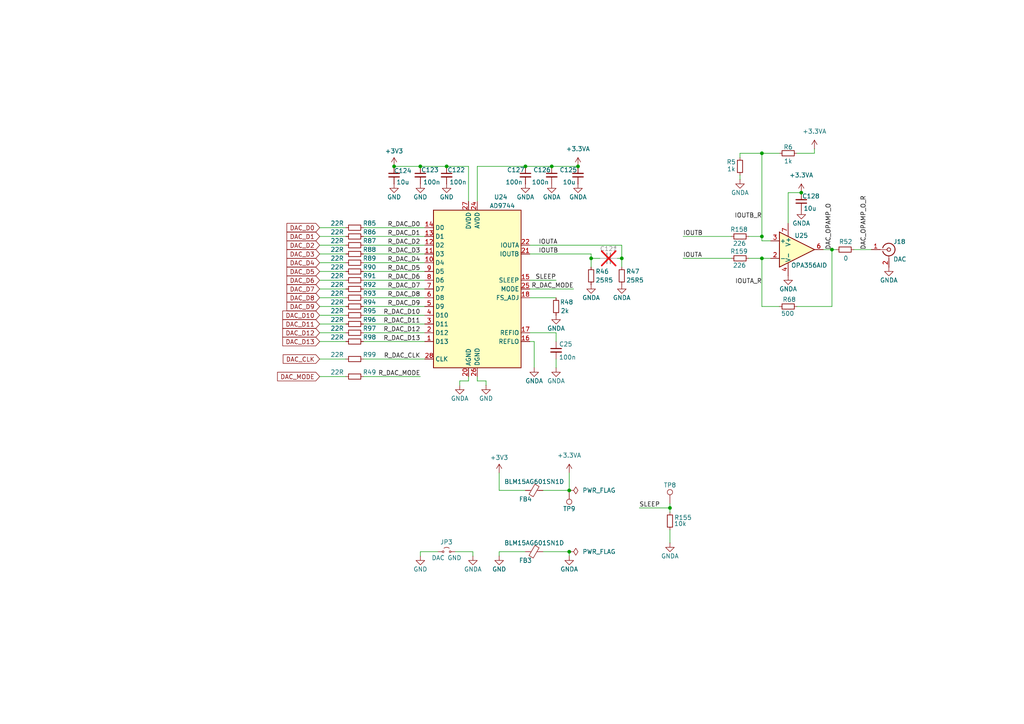
<source format=kicad_sch>
(kicad_sch (version 20231120) (generator "eeschema") (generator_version "8.0")
  (paper "A4")
  (title_block (title "CPArti: Artix-7 FPGA Development Board") (date "2024-08-22") (rev "1.0"))
  (lib_symbols
    (symbol "Amplifier_Operational:OPA356xxD" (pin_names (offset 0.127))
      (property "Reference" "U" (at 0 6.35 0))
      (property "Value" "OPA356xxD" (at 0 3.81 0))
      (symbol "OPA356xxD_0_1"
        (polyline (pts (xy -5.08 5.08) (xy 5.08 0) (xy -5.08 -5.08) (xy -5.08 5.08)) (stroke (width 0.254)) (fill (type background)))
      )
      (symbol "OPA356xxD_1_1"
        (pin no_connect line (at -2.54 2.54 270) (length 2.54) hide (name "NC") (number "1"))
        (pin input line (at -7.62 -2.54 0) (length 2.54) (name "-") (number "2"))
        (pin input line (at -7.62 2.54 0) (length 2.54) (name "+") (number "3"))
        (pin power_in line (at -2.54 -7.62 90) (length 3.81) (name "V-") (number "4"))
        (pin no_connect line (at 0 2.54 270) (length 2.54) hide (name "NC") (number "5"))
        (pin output line (at 7.62 0 180) (length 2.54) (name "~") (number "6"))
        (pin power_in line (at -2.54 7.62 270) (length 3.81) (name "V+") (number "7"))
        (pin no_connect line (at 0 -2.54 90) (length 2.54) hide (name "NC") (number "8"))
      )
    )
    (symbol "Analog_DAC:AD9744"
      (property "Reference" "U" (at -10.16 -24.13 0))
      (property "Value" "AD9744" (at 7.62 24.13 0))
      (symbol "AD9744_0_1"
        (rectangle (start 12.7 22.86) (end -12.7 -22.86) (stroke (width 0.254)) (fill (type background)))
      )
      (symbol "AD9744_1_1"
        (pin input line (at -15.24 -15.24 0) (length 2.54) (name "D13") (number "1"))
        (pin input line (at -15.24 7.62 0) (length 2.54) (name "D4") (number "10"))
        (pin input line (at -15.24 10.16 0) (length 2.54) (name "D3") (number "11"))
        (pin input line (at -15.24 12.7 0) (length 2.54) (name "D2") (number "12"))
        (pin input line (at -15.24 15.24 0) (length 2.54) (name "D1") (number "13"))
        (pin input line (at -15.24 17.78 0) (length 2.54) (name "D0") (number "14"))
        (pin input line (at 15.24 2.54 180) (length 2.54) (name "SLEEP") (number "15"))
        (pin input line (at 15.24 -15.24 180) (length 2.54) (name "REFLO") (number "16"))
        (pin input line (at 15.24 -12.7 180) (length 2.54) (name "REFIO") (number "17"))
        (pin input line (at 15.24 -2.54 180) (length 2.54) (name "FS_ADJ") (number "18"))
        (pin input line (at -15.24 -12.7 0) (length 2.54) (name "D12") (number "2"))
        (pin power_in line (at -2.54 -25.4 90) (length 2.54) (name "AGND") (number "20"))
        (pin output line (at 15.24 10.16 180) (length 2.54) (name "IOUTB") (number "21"))
        (pin output line (at 15.24 12.7 180) (length 2.54) (name "IOUTA") (number "22"))
        (pin power_in line (at 0 25.4 270) (length 2.54) (name "AVDD") (number "24"))
        (pin input line (at 15.24 0 180) (length 2.54) (name "MODE") (number "25"))
        (pin power_in line (at 0 -25.4 90) (length 2.54) (name "DGND") (number "26"))
        (pin power_in line (at -2.54 25.4 270) (length 2.54) (name "DVDD") (number "27"))
        (pin input line (at -15.24 -20.32 0) (length 2.54) (name "CLK") (number "28"))
        (pin input line (at -15.24 -10.16 0) (length 2.54) (name "D11") (number "3"))
        (pin input line (at -15.24 -7.62 0) (length 2.54) (name "D10") (number "4"))
        (pin input line (at -15.24 -5.08 0) (length 2.54) (name "D9") (number "5"))
        (pin input line (at -15.24 -2.54 0) (length 2.54) (name "D8") (number "6"))
        (pin input line (at -15.24 0 0) (length 2.54) (name "D7") (number "7"))
        (pin input line (at -15.24 2.54 0) (length 2.54) (name "D6") (number "8"))
        (pin input line (at -15.24 5.08 0) (length 2.54) (name "D5") (number "9"))
      )
    )
    (symbol "Conn_Coaxial_1" (pin_names (offset 1.016) hide)
      (property "Reference" "J" (at 0.254 3.048 0))
      (property "Value" "Conn_Coaxial" (at 2.921 0 90))
      (symbol "Conn_Coaxial_1_0_1"
        (arc (start -1.778 -0.508) (mid 0.2311 -1.8066) (end 1.778 0) (stroke (width 0.254)))
        (polyline (pts (xy -2.54 0) (xy -0.508 0)))
        (polyline (pts (xy 0 -2.54) (xy 0 -1.778)))
        (circle (center 0 0) (radius 0.508) (stroke (width 0.2032)))
        (arc (start 1.778 0) (mid 0.2099 1.8101) (end -1.778 0.508) (stroke (width 0.254)))
      )
      (symbol "Conn_Coaxial_1_1_1"
        (pin passive line (at -5.08 0 0) (length 2.54) (name "In") (number "1"))
        (pin passive line (at 0 -5.08 90) (length 2.54) (name "Ext") (number "2"))
      )
    )
    (symbol "Connector:TestPoint" (pin_numbers hide) (pin_names (offset 0.762) hide)
      (property "Reference" "TP" (at 0 6.858 0))
      (property "Value" "TestPoint" (at 0 5.08 0))
      (symbol "TestPoint_0_1"
        (circle (center 0 3.302) (radius 0.762))
      )
      (symbol "TestPoint_1_1"
        (pin passive line (at 0 0 90) (length 2.54) (name "1") (number "1"))
      )
    )
    (symbol "Device:C_Small" (pin_numbers hide) (pin_names (offset 0.254) hide)
      (property "Reference" "C" (at 0.254 1.778 0))
      (property "Value" "C_Small" (at 0.254 -2.032 0))
      (symbol "C_Small_0_1"
        (polyline (pts (xy -1.524 -0.508) (xy 1.524 -0.508)) (stroke (width 0.3302)))
        (polyline (pts (xy -1.524 0.508) (xy 1.524 0.508)) (stroke (width 0.3048)))
      )
      (symbol "C_Small_1_1"
        (pin passive line (at 0 2.54 270) (length 2.032) (name "~") (number "1"))
        (pin passive line (at 0 -2.54 90) (length 2.032) (name "~") (number "2"))
      )
    )
    (symbol "Device:FerriteBead_Small" (pin_numbers hide) (pin_names (offset 0))
      (property "Reference" "FB" (at 1.905 1.27 0))
      (property "Value" "FerriteBead_Small" (at 1.905 -1.27 0))
      (symbol "FerriteBead_Small_0_1"
        (polyline (pts (xy 0 -1.27) (xy 0 -0.7874)))
        (polyline (pts (xy 0 0.889) (xy 0 1.2954)))
        (polyline (pts (xy -1.8288 0.2794) (xy -1.1176 1.4986) (xy 1.8288 -0.2032) (xy 1.1176 -1.4224) (xy -1.8288 0.2794)))
      )
      (symbol "FerriteBead_Small_1_1"
        (pin passive line (at 0 2.54 270) (length 1.27) (name "~") (number "1"))
        (pin passive line (at 0 -2.54 90) (length 1.27) (name "~") (number "2"))
      )
    )
    (symbol "Device:R_Small" (pin_numbers hide) (pin_names (offset 0.254) hide)
      (property "Reference" "R" (at 0.762 0.508 0))
      (property "Value" "R_Small" (at 0.762 -1.016 0))
      (symbol "R_Small_0_1"
        (rectangle (start -0.762 1.778) (end 0.762 -1.778) (stroke (width 0.2032)))
      )
      (symbol "R_Small_1_1"
        (pin passive line (at 0 2.54 270) (length 0.762) (name "~") (number "1"))
        (pin passive line (at 0 -2.54 90) (length 0.762) (name "~") (number "2"))
      )
    )
    (symbol "Jumper:Jumper_2_Small_Open" (pin_numbers hide) (pin_names (offset 0) hide) (exclude_from_sim yes)
      (property "Reference" "JP" (at 0 2.794 0))
      (property "Value" "Jumper_2_Small_Open" (at 0 -2.286 0))
      (symbol "Jumper_2_Small_Open_0_0"
        (circle (center -1.016 0) (radius 0.254))
        (circle (center 1.016 0) (radius 0.254))
      )
      (symbol "Jumper_2_Small_Open_0_1"
        (arc (start 0.762 1.0196) (mid 0 1.2729) (end -0.762 1.0196))
      )
      (symbol "Jumper_2_Small_Open_1_1"
        (pin passive line (at -2.54 0 0) (length 1.27) (name "A") (number "1"))
        (pin passive line (at 2.54 0 180) (length 1.27) (name "B") (number "2"))
      )
    )
    (symbol "power:+3.3VA" (power) (pin_numbers hide) (pin_names (offset 0) hide)
      (property "Value" "+3.3VA" (at 0 3.556 0))
      (symbol "+3.3VA_0_1"
        (polyline (pts (xy -0.762 1.27) (xy 0 2.54)))
        (polyline (pts (xy 0 0) (xy 0 2.54)))
        (polyline (pts (xy 0 2.54) (xy 0.762 1.27)))
      )
      (symbol "+3.3VA_1_1"
        (pin power_in line (at 0 0 90) (length 0) (name "~") (number "1"))
      )
    )
    (symbol "power:+3V3" (power) (pin_numbers hide) (pin_names (offset 0) hide)
      (property "Value" "+3V3" (at 0 3.556 0))
      (symbol "+3V3_0_1"
        (polyline (pts (xy -0.762 1.27) (xy 0 2.54)))
        (polyline (pts (xy 0 0) (xy 0 2.54)))
        (polyline (pts (xy 0 2.54) (xy 0.762 1.27)))
      )
      (symbol "+3V3_1_1"
        (pin power_in line (at 0 0 90) (length 0) (name "~") (number "1"))
      )
    )
    (symbol "power:GND" (power) (pin_numbers hide) (pin_names (offset 0) hide)
      (property "Value" "GND" (at 0 -3.81 0))
      (symbol "GND_0_1"
        (polyline (pts (xy 0 0) (xy 0 -1.27) (xy 1.27 -1.27) (xy 0 -2.54) (xy -1.27 -1.27) (xy 0 -1.27)))
      )
      (symbol "GND_1_1"
        (pin power_in line (at 0 0 270) (length 0) (name "~") (number "1"))
      )
    )
    (symbol "power:GNDA" (power) (pin_numbers hide) (pin_names (offset 0) hide)
      (property "Value" "GNDA" (at 0 -3.81 0))
      (symbol "GNDA_0_1"
        (polyline (pts (xy 0 0) (xy 0 -1.27) (xy 1.27 -1.27) (xy 0 -2.54) (xy -1.27 -1.27) (xy 0 -1.27)))
      )
      (symbol "GNDA_1_1"
        (pin power_in line (at 0 0 270) (length 0) (name "~") (number "1"))
      )
    )
    (symbol "power:PWR_FLAG" (power) (pin_numbers hide) (pin_names (offset 0) hide)
      (property "Value" "PWR_FLAG" (at 0 3.81 0))
      (symbol "PWR_FLAG_0_0"
        (pin power_out line (at 0 0 90) (length 0) (name "~") (number "1"))
      )
      (symbol "PWR_FLAG_0_1"
        (polyline (pts (xy 0 0) (xy 0 1.27) (xy -1.016 1.905) (xy 0 2.54) (xy 1.016 1.905) (xy 0 1.27)))
      )
    )
  )
  (junction (at 241.3 72.39))
  (junction (at 220.98 44.45))
  (junction (at 129.54 48.26))
  (junction (at 165.1 142.24))
  (junction (at 167.64 48.26))
  (junction (at 152.4 48.26))
  (junction (at 194.31 147.32))
  (junction (at 160.02 48.26))
  (junction (at 180.34 74.93))
  (junction (at 220.98 68.58))
  (junction (at 171.45 74.93))
  (junction (at 220.98 74.93))
  (junction (at 121.92 48.26))
  (junction (at 232.41 55.88))
  (junction (at 114.3 48.26))
  (junction (at 165.1 160.02))
  (wire (pts (xy 140.97 110.49) (xy 140.97 111.76)))
  (wire (pts (xy 135.89 48.26) (xy 135.89 58.42)))
  (wire (pts (xy 160.02 48.26) (xy 152.4 48.26)))
  (wire (pts (xy 105.41 68.58) (xy 123.19 68.58)))
  (wire (pts (xy 92.71 83.82) (xy 100.33 83.82)))
  (wire (pts (xy 92.71 91.44) (xy 100.33 91.44)))
  (wire (pts (xy 232.41 55.88) (xy 228.6 55.88)))
  (wire (pts (xy 247.65 72.39) (xy 252.73 72.39)))
  (wire (pts (xy 153.67 86.36) (xy 161.29 86.36)))
  (wire (pts (xy 220.98 69.85) (xy 223.52 69.85)))
  (wire (pts (xy 92.71 81.28) (xy 100.33 81.28)))
  (wire (pts (xy 180.34 74.93) (xy 180.34 77.47)))
  (wire (pts (xy 114.3 48.26) (xy 121.92 48.26)))
  (wire (pts (xy 105.41 66.04) (xy 123.19 66.04)))
  (wire (pts (xy 92.71 109.22) (xy 100.33 109.22)))
  (wire (pts (xy 217.17 74.93) (xy 220.98 74.93)))
  (wire (pts (xy 92.71 99.06) (xy 100.33 99.06)))
  (wire (pts (xy 121.92 160.02) (xy 121.92 161.29)))
  (wire (pts (xy 105.41 88.9) (xy 123.19 88.9)))
  (wire (pts (xy 92.71 96.52) (xy 100.33 96.52)))
  (wire (pts (xy 217.17 68.58) (xy 220.98 68.58)))
  (wire (pts (xy 105.41 99.06) (xy 123.19 99.06)))
  (wire (pts (xy 228.6 55.88) (xy 228.6 64.77)))
  (wire (pts (xy 129.54 48.26) (xy 135.89 48.26)))
  (wire (pts (xy 220.98 74.93) (xy 220.98 88.9)))
  (wire (pts (xy 153.67 73.66) (xy 171.45 73.66)))
  (wire (pts (xy 105.41 96.52) (xy 123.19 96.52)))
  (wire (pts (xy 135.89 109.22) (xy 135.89 110.49)))
  (wire (pts (xy 105.41 73.66) (xy 123.19 73.66)))
  (wire (pts (xy 153.67 99.06) (xy 154.94 99.06)))
  (wire (pts (xy 92.71 86.36) (xy 100.33 86.36)))
  (wire (pts (xy 144.78 161.29) (xy 144.78 160.02)))
  (wire (pts (xy 185.42 147.32) (xy 194.31 147.32)))
  (wire (pts (xy 214.63 44.45) (xy 220.98 44.45)))
  (wire (pts (xy 231.14 44.45) (xy 236.22 44.45)))
  (wire (pts (xy 165.1 137.16) (xy 165.1 142.24)))
  (wire (pts (xy 92.71 76.2) (xy 100.33 76.2)))
  (wire (pts (xy 105.41 93.98) (xy 123.19 93.98)))
  (wire (pts (xy 220.98 68.58) (xy 220.98 69.85)))
  (wire (pts (xy 144.78 160.02) (xy 152.4 160.02)))
  (wire (pts (xy 92.71 73.66) (xy 100.33 73.66)))
  (wire (pts (xy 154.94 99.06) (xy 154.94 106.68)))
  (wire (pts (xy 180.34 71.12) (xy 180.34 74.93)))
  (wire (pts (xy 144.78 137.16) (xy 144.78 142.24)))
  (wire (pts (xy 153.67 96.52) (xy 161.29 96.52)))
  (wire (pts (xy 138.43 110.49) (xy 140.97 110.49)))
  (wire (pts (xy 220.98 44.45) (xy 220.98 68.58)))
  (wire (pts (xy 92.71 88.9) (xy 100.33 88.9)))
  (wire (pts (xy 132.08 160.02) (xy 137.16 160.02)))
  (wire (pts (xy 105.41 109.22) (xy 121.92 109.22)))
  (wire (pts (xy 105.41 83.82) (xy 123.19 83.82)))
  (wire (pts (xy 194.31 153.67) (xy 194.31 157.48)))
  (wire (pts (xy 153.67 71.12) (xy 180.34 71.12)))
  (wire (pts (xy 137.16 160.02) (xy 137.16 161.29)))
  (wire (pts (xy 92.71 66.04) (xy 100.33 66.04)))
  (wire (pts (xy 133.35 110.49) (xy 135.89 110.49)))
  (wire (pts (xy 138.43 48.26) (xy 152.4 48.26)))
  (wire (pts (xy 198.12 74.93) (xy 212.09 74.93)))
  (wire (pts (xy 138.43 109.22) (xy 138.43 110.49)))
  (wire (pts (xy 105.41 104.14) (xy 123.19 104.14)))
  (wire (pts (xy 121.92 160.02) (xy 127 160.02)))
  (wire (pts (xy 133.35 111.76) (xy 133.35 110.49)))
  (wire (pts (xy 92.71 68.58) (xy 100.33 68.58)))
  (wire (pts (xy 198.12 68.58) (xy 212.09 68.58)))
  (wire (pts (xy 220.98 74.93) (xy 223.52 74.93)))
  (wire (pts (xy 171.45 74.93) (xy 171.45 77.47)))
  (wire (pts (xy 157.48 160.02) (xy 165.1 160.02)))
  (wire (pts (xy 92.71 93.98) (xy 100.33 93.98)))
  (wire (pts (xy 165.1 160.02) (xy 165.1 161.29)))
  (wire (pts (xy 171.45 74.93) (xy 173.99 74.93)))
  (wire (pts (xy 226.06 88.9) (xy 220.98 88.9)))
  (wire (pts (xy 241.3 72.39) (xy 242.57 72.39)))
  (wire (pts (xy 179.07 74.93) (xy 180.34 74.93)))
  (wire (pts (xy 92.71 104.14) (xy 100.33 104.14)))
  (wire (pts (xy 194.31 146.05) (xy 194.31 147.32)))
  (wire (pts (xy 153.67 81.28) (xy 161.29 81.28)))
  (wire (pts (xy 220.98 44.45) (xy 226.06 44.45)))
  (wire (pts (xy 121.92 48.26) (xy 129.54 48.26)))
  (wire (pts (xy 92.71 78.74) (xy 100.33 78.74)))
  (wire (pts (xy 161.29 96.52) (xy 161.29 99.06)))
  (wire (pts (xy 92.71 71.12) (xy 100.33 71.12)))
  (wire (pts (xy 238.76 72.39) (xy 241.3 72.39)))
  (wire (pts (xy 138.43 58.42) (xy 138.43 48.26)))
  (wire (pts (xy 231.14 88.9) (xy 241.3 88.9)))
  (wire (pts (xy 241.3 72.39) (xy 241.3 88.9)))
  (wire (pts (xy 157.48 142.24) (xy 165.1 142.24)))
  (wire (pts (xy 144.78 142.24) (xy 152.4 142.24)))
  (wire (pts (xy 167.64 48.26) (xy 160.02 48.26)))
  (wire (pts (xy 105.41 78.74) (xy 123.19 78.74)))
  (wire (pts (xy 171.45 73.66) (xy 171.45 74.93)))
  (wire (pts (xy 105.41 76.2) (xy 123.19 76.2)))
  (wire (pts (xy 153.67 83.82) (xy 166.37 83.82)))
  (wire (pts (xy 194.31 147.32) (xy 194.31 148.59)))
  (wire (pts (xy 214.63 50.8) (xy 214.63 52.07)))
  (wire (pts (xy 105.41 71.12) (xy 123.19 71.12)))
  (wire (pts (xy 105.41 91.44) (xy 123.19 91.44)))
  (wire (pts (xy 236.22 44.45) (xy 236.22 43.18)))
  (wire (pts (xy 214.63 44.45) (xy 214.63 45.72)))
  (wire (pts (xy 105.41 81.28) (xy 123.19 81.28)))
  (wire (pts (xy 161.29 104.14) (xy 161.29 106.68)))
  (wire (pts (xy 105.41 86.36) (xy 123.19 86.36)))
  (label "R_DAC_D6" (at 121.92 81.28 180))
  (label "R_DAC_D1" (at 121.92 68.58 180))
  (label "DAC_OPAMP_O" (at 241.3 72.39 90))
  (label "IOUTA" (at 198.12 74.93 0))
  (label "IOUTB_R" (at 220.98 63.5 180))
  (label "IOUTB" (at 198.12 68.58 0))
  (label "R_DAC_D7" (at 121.92 83.82 180))
  (label "SLEEP" (at 185.42 147.32 0))
  (label "R_DAC_D13" (at 121.92 99.06 180))
  (label "IOUTA_R" (at 220.98 82.55 180))
  (label "DAC_OPAMP_O_R" (at 251.46 72.39 90))
  (label "R_DAC_D5" (at 121.92 78.74 180))
  (label "R_DAC_D2" (at 121.92 71.12 180))
  (label "SLEEP" (at 161.29 81.28 180))
  (label "R_DAC_D12" (at 121.92 96.52 180))
  (label "R_DAC_D11" (at 121.92 93.98 180))
  (label "IOUTB" (at 156.21 73.66 0))
  (label "R_DAC_CLK" (at 121.92 104.14 180))
  (label "R_DAC_D9" (at 121.92 88.9 180))
  (label "R_DAC_MODE" (at 166.37 83.82 180))
  (label "R_DAC_D10" (at 121.92 91.44 180))
  (label "R_DAC_D4" (at 121.92 76.2 180))
  (label "R_DAC_D0" (at 121.92 66.04 180))
  (label "R_DAC_D3" (at 121.92 73.66 180))
  (label "IOUTA" (at 156.21 71.12 0))
  (label "R_DAC_MODE" (at 121.92 109.22 180))
  (label "R_DAC_D8" (at 121.92 86.36 180))
  (global_label "DAC_D6" (shape input) (at 92.71 81.28 180) (property "Intersheetrefs" "${INTERSHEET_REFS}" (effects (hide yes))))
  (global_label "DAC_D13" (shape input) (at 92.71 99.06 180) (property "Intersheetrefs" "${INTERSHEET_REFS}" (effects (hide yes))))
  (global_label "DAC_D10" (shape input) (at 92.71 91.44 180) (property "Intersheetrefs" "${INTERSHEET_REFS}" (effects (hide yes))))
  (global_label "DAC_D9" (shape input) (at 92.71 88.9 180) (property "Intersheetrefs" "${INTERSHEET_REFS}" (effects (hide yes))))
  (global_label "DAC_D0" (shape input) (at 92.71 66.04 180) (property "Intersheetrefs" "${INTERSHEET_REFS}" (effects (hide yes))))
  (global_label "DAC_D1" (shape input) (at 92.71 68.58 180) (property "Intersheetrefs" "${INTERSHEET_REFS}" (effects (hide yes))))
  (global_label "DAC_D2" (shape input) (at 92.71 71.12 180) (property "Intersheetrefs" "${INTERSHEET_REFS}" (effects (hide yes))))
  (global_label "DAC_D11" (shape input) (at 92.71 93.98 180) (property "Intersheetrefs" "${INTERSHEET_REFS}" (effects (hide yes))))
  (global_label "DAC_CLK" (shape input) (at 92.71 104.14 180) (property "Intersheetrefs" "${INTERSHEET_REFS}" (effects (hide yes))))
  (global_label "DAC_D4" (shape input) (at 92.71 76.2 180) (property "Intersheetrefs" "${INTERSHEET_REFS}" (effects (hide yes))))
  (global_label "DAC_D7" (shape input) (at 92.71 83.82 180) (property "Intersheetrefs" "${INTERSHEET_REFS}" (effects (hide yes))))
  (global_label "DAC_MODE" (shape input) (at 92.71 109.22 180) (property "Intersheetrefs" "${INTERSHEET_REFS}" (effects (hide yes))))
  (global_label "DAC_D12" (shape input) (at 92.71 96.52 180) (property "Intersheetrefs" "${INTERSHEET_REFS}" (effects (hide yes))))
  (global_label "DAC_D3" (shape input) (at 92.71 73.66 180) (property "Intersheetrefs" "${INTERSHEET_REFS}" (effects (hide yes))))
  (global_label "DAC_D5" (shape input) (at 92.71 78.74 180) (property "Intersheetrefs" "${INTERSHEET_REFS}" (effects (hide yes))))
  (global_label "DAC_D8" (shape input) (at 92.71 86.36 180) (property "Intersheetrefs" "${INTERSHEET_REFS}" (effects (hide yes))))
  (symbol (lib_id "Device:R_Small") (at 161.29 88.9 180) (unit 1)
    (property "Reference" "R48" (at 164.338 87.63 0))
    (property "Value" "2k" (at 163.83 90.17 0))
    (property "Footprint" "Resistor_SMD:R_0402_1005Metric" (effects (hide yes)))
    (property "Description" "Resistor, small symbol" (effects (hide yes)))
    (property "LCSC" "C4109" (effects (hide yes)))
  )
  (symbol (lib_id "power:+3.3VA") (at 236.22 43.18 0) (unit 1)
    (property "Reference" "#PWR0334" (effects (hide yes)))
    (property "Value" "+3.3VA" (at 236.22 38.1 0))
    (property "Description" "Power symbol creates a global label with name \"+3.3VA\"" (effects (hide yes)))
  )
  (symbol (lib_id "power:+3V3") (at 114.3 48.26 0) (unit 1)
    (property "Reference" "#PWR0315" (effects (hide yes)))
    (property "Value" "+3V3" (at 114.3 43.815 0))
  )
  (symbol (lib_id "power:GNDA") (at 180.34 82.55 0) (unit 1)
    (property "Reference" "#PWR0326" (effects (hide yes)))
    (property "Value" "GNDA" (at 180.34 86.36 0))
    (property "Description" "Power symbol creates a global label with name \"GNDA\" , analog ground" (effects (hide yes)))
  )
  (symbol (lib_id "power:GND") (at 140.97 111.76 0) (unit 1)
    (property "Reference" "#PWR0313" (effects (hide yes)))
    (property "Value" "GND" (at 140.97 115.57 0))
  )
  (symbol (lib_id "power:GNDA") (at 161.29 91.44 0) (unit 1)
    (property "Reference" "#PWR0318" (effects (hide yes)))
    (property "Value" "GNDA" (at 161.29 95.25 0))
    (property "Description" "Power symbol creates a global label with name \"GNDA\" , analog ground" (effects (hide yes)))
  )
  (symbol (lib_id "power:GND") (at 121.92 53.34 0) (unit 1)
    (property "Reference" "#PWR0337" (effects (hide yes)))
    (property "Value" "GND" (at 121.92 57.15 0))
  )
  (symbol (lib_id "power:GNDA") (at 214.63 52.07 0) (unit 1)
    (property "Reference" "#PWR0329" (effects (hide yes)))
    (property "Value" "GNDA" (at 214.63 55.88 0))
    (property "Description" "Power symbol creates a global label with name \"GNDA\" , analog ground" (effects (hide yes)))
  )
  (symbol (lib_id "Device:FerriteBead_Small") (at 154.94 160.02 90) (unit 1)
    (property "Reference" "FB3" (at 152.4 162.56 90))
    (property "Value" "BLM15AG601SN1D" (at 154.94 157.48 90))
    (property "Footprint" "Inductor_SMD:L_0402_1005Metric" (effects (hide yes)))
    (property "Description" "Ferrite bead, small symbol" (effects (hide yes)))
    (property "LCSC" "C76884" (effects (hide yes)))
  )
  (symbol (lib_id "Device:R_Small") (at 180.34 80.01 0) (unit 1)
    (property "Reference" "R47" (at 181.61 78.74 0) (effects (justify left)))
    (property "Value" "25R5" (at 181.61 81.28 0) (effects (justify left)))
    (property "Footprint" "Resistor_SMD:R_0402_1005Metric" (effects (hide yes)))
    (property "Description" "Resistor, small symbol" (effects (hide yes)))
    (property "LCSC" "C284460" (effects (hide yes)))
  )
  (symbol (lib_id "Device:R_Small") (at 228.6 88.9 90) (unit 1)
    (property "Reference" "R68" (at 230.886 86.868 90) (effects (justify left)))
    (property "Value" "500" (at 230.378 90.932 90) (effects (justify left)))
    (property "Footprint" "Resistor_SMD:R_0402_1005Metric" (effects (hide yes)))
    (property "Description" "Resistor, small symbol" (effects (hide yes)))
    (property "LCSC" "C853299" (effects (hide yes)))
  )
  (symbol (lib_id "power:GNDA") (at 228.6 80.01 0) (unit 1)
    (property "Reference" "#PWR0327" (effects (hide yes)))
    (property "Value" "GNDA" (at 228.6 83.82 0))
    (property "Description" "Power symbol creates a global label with name \"GNDA\" , analog ground" (effects (hide yes)))
  )
  (symbol (lib_id "Device:R_Small") (at 102.87 76.2 90) (unit 1)
    (property "Reference" "R89" (at 107.188 74.93 90))
    (property "Value" "22R" (at 97.79 74.93 90))
    (property "Footprint" "Resistor_SMD:R_0402_1005Metric" (effects (hide yes)))
    (property "Description" "Resistor, small symbol" (effects (hide yes)))
    (property "LCSC" "C25092" (effects (hide yes)))
  )
  (symbol (lib_id "Device:R_Small") (at 194.31 151.13 180) (unit 1)
    (property "Reference" "R155" (at 200.66 150.114 0) (effects (justify left)))
    (property "Value" "10k" (at 199.136 151.892 0) (effects (justify left)))
    (property "Footprint" "Resistor_SMD:R_0402_1005Metric" (effects (hide yes)))
    (property "Description" "Resistor, small symbol" (effects (hide yes)))
    (property "LCSC" "C25744" (effects (hide yes)))
  )
  (symbol (lib_id "Device:C_Small") (at 129.54 50.8 0) (unit 1)
    (property "Reference" "C122" (at 132.334 49.276 0))
    (property "Value" "100n" (at 132.842 52.832 0))
    (property "Footprint" "Capacitor_SMD:C_0402_1005Metric" (effects (hide yes)))
    (property "Description" "Unpolarized capacitor, small symbol" (effects (hide yes)))
    (property "LCSC" "C1525" (effects (hide yes)))
  )
  (symbol (lib_id "power:GNDA") (at 257.81 77.47 0) (unit 1)
    (property "Reference" "#PWR0255" (effects (hide yes)))
    (property "Value" "GNDA" (at 257.81 81.28 0))
    (property "Description" "Power symbol creates a global label with name \"GNDA\" , analog ground" (effects (hide yes)))
  )
  (symbol (lib_id "Device:R_Small") (at 102.87 104.14 90) (unit 1)
    (property "Reference" "R99" (at 107.188 102.87 90))
    (property "Value" "22R" (at 97.79 102.87 90))
    (property "Footprint" "Resistor_SMD:R_0402_1005Metric" (effects (hide yes)))
    (property "Description" "Resistor, small symbol" (effects (hide yes)))
    (property "LCSC" "C25092" (effects (hide yes)))
  )
  (symbol (lib_id "Device:R_Small") (at 102.87 99.06 90) (unit 1)
    (property "Reference" "R98" (at 107.188 97.79 90))
    (property "Value" "22R" (at 97.79 97.79 90))
    (property "Footprint" "Resistor_SMD:R_0402_1005Metric" (effects (hide yes)))
    (property "Description" "Resistor, small symbol" (effects (hide yes)))
    (property "LCSC" "C25092" (effects (hide yes)))
  )
  (symbol (lib_id "Device:C_Small") (at 121.92 50.8 0) (unit 1)
    (property "Reference" "C123" (at 124.714 49.276 0))
    (property "Value" "100n" (at 125.222 52.832 0))
    (property "Footprint" "Capacitor_SMD:C_0402_1005Metric" (effects (hide yes)))
    (property "Description" "Unpolarized capacitor, small symbol" (effects (hide yes)))
    (property "LCSC" "C1525" (effects (hide yes)))
  )
  (symbol (lib_id "power:+3V3") (at 144.78 137.16 0) (unit 1)
    (property "Reference" "#PWR0345" (effects (hide yes)))
    (property "Value" "+3V3" (at 144.78 132.715 0))
  )
  (symbol (lib_id "Device:R_Small") (at 102.87 81.28 90) (unit 1)
    (property "Reference" "R91" (at 107.188 80.01 90))
    (property "Value" "22R" (at 97.79 80.01 90))
    (property "Footprint" "Resistor_SMD:R_0402_1005Metric" (effects (hide yes)))
    (property "Description" "Resistor, small symbol" (effects (hide yes)))
    (property "LCSC" "C25092" (effects (hide yes)))
  )
  (symbol (lib_id "power:GND") (at 114.3 53.34 0) (unit 1)
    (property "Reference" "#PWR0340" (effects (hide yes)))
    (property "Value" "GND" (at 114.3 57.15 0))
  )
  (symbol (lib_id "Device:R_Small") (at 214.63 74.93 90) (unit 1)
    (property "Reference" "R159" (at 216.916 72.898 90) (effects (justify left)))
    (property "Value" "226" (at 216.408 76.962 90) (effects (justify left)))
    (property "Footprint" "Resistor_SMD:R_0402_1005Metric" (effects (hide yes)))
    (property "Description" "Resistor, small symbol" (effects (hide yes)))
    (property "LCSC" "C852646" (effects (hide yes)))
  )
  (symbol (lib_id "Device:R_Small") (at 102.87 83.82 90) (unit 1)
    (property "Reference" "R92" (at 107.188 82.55 90))
    (property "Value" "22R" (at 97.79 82.55 90))
    (property "Footprint" "Resistor_SMD:R_0402_1005Metric" (effects (hide yes)))
    (property "Description" "Resistor, small symbol" (effects (hide yes)))
    (property "LCSC" "C25092" (effects (hide yes)))
  )
  (symbol (lib_id "Device:C_Small") (at 114.3 50.8 180) (unit 1)
    (property "Reference" "C124" (at 116.84 49.53 0))
    (property "Value" "10u" (at 116.84 52.832 0))
    (property "Footprint" "Capacitor_SMD:C_0603_1608Metric" (effects (hide yes)))
    (property "Description" "Unpolarized capacitor, small symbol" (effects (hide yes)))
    (property "LCSC" "C19702" (effects (hide yes)))
  )
  (symbol (lib_id "Device:R_Small") (at 102.87 71.12 90) (unit 1)
    (property "Reference" "R87" (at 107.188 69.85 90))
    (property "Value" "22R" (at 97.79 69.85 90))
    (property "Footprint" "Resistor_SMD:R_0402_1005Metric" (effects (hide yes)))
    (property "Description" "Resistor, small symbol" (effects (hide yes)))
    (property "LCSC" "C25092" (effects (hide yes)))
  )
  (symbol (lib_id "Device:R_Small") (at 102.87 96.52 90) (unit 1)
    (property "Reference" "R97" (at 107.188 95.25 90))
    (property "Value" "22R" (at 97.79 95.25 90))
    (property "Footprint" "Resistor_SMD:R_0402_1005Metric" (effects (hide yes)))
    (property "Description" "Resistor, small symbol" (effects (hide yes)))
    (property "LCSC" "C25092" (effects (hide yes)))
  )
  (symbol (lib_id "power:GNDA") (at 133.35 111.76 0) (unit 1)
    (property "Reference" "#PWR0312" (effects (hide yes)))
    (property "Value" "GNDA" (at 133.35 115.57 0))
    (property "Description" "Power symbol creates a global label with name \"GNDA\" , analog ground" (effects (hide yes)))
  )
  (symbol (lib_id "Connector:TestPoint") (at 194.31 146.05 0) (unit 1)
    (property "Reference" "TP8" (at 194.31 140.716 0))
    (property "Value" "TestPoint" (effects (hide yes)))
    (property "Footprint" "TestPoint:TestPoint_Pad_D1.0mm" (effects (hide yes)))
    (property "Description" "test point" (effects (hide yes)))
  )
  (symbol (lib_id "Device:R_Small") (at 245.11 72.39 270) (unit 1)
    (property "Reference" "R52" (at 243.332 70.104 90) (effects (justify left)))
    (property "Value" "0" (at 244.602 74.93 90) (effects (justify left)))
    (property "Footprint" "Resistor_SMD:R_0402_1005Metric" (effects (hide yes)))
    (property "Description" "Resistor, small symbol" (effects (hide yes)))
    (property "LCSC" "C17168" (effects (hide yes)))
  )
  (symbol (lib_id "Device:R_Small") (at 102.87 109.22 90) (unit 1)
    (property "Reference" "R49" (at 107.188 107.95 90))
    (property "Value" "22R" (at 97.79 107.95 90))
    (property "Footprint" "Resistor_SMD:R_0402_1005Metric" (effects (hide yes)))
    (property "Description" "Resistor, small symbol" (effects (hide yes)))
    (property "LCSC" "C25092" (effects (hide yes)))
  )
  (symbol (lib_id "power:+3.3VA") (at 167.64 48.26 0) (unit 1)
    (property "Reference" "#PWR0314" (effects (hide yes)))
    (property "Value" "+3.3VA" (at 167.64 43.18 0))
    (property "Description" "Power symbol creates a global label with name \"+3.3VA\"" (effects (hide yes)))
  )
  (symbol (lib_id "power:GNDA") (at 165.1 161.29 0) (unit 1)
    (property "Reference" "#PWR0338" (effects (hide yes)))
    (property "Value" "GNDA" (at 165.1 165.1 0))
    (property "Description" "Power symbol creates a global label with name \"GNDA\" , analog ground" (effects (hide yes)))
  )
  (symbol (lib_id "power:GNDA") (at 152.4 53.34 0) (unit 1)
    (property "Reference" "#PWR0341" (effects (hide yes)))
    (property "Value" "GNDA" (at 152.4 57.15 0))
    (property "Description" "Power symbol creates a global label with name \"GNDA\" , analog ground" (effects (hide yes)))
  )
  (symbol (lib_id "Device:R_Small") (at 228.6 44.45 270) (unit 1)
    (property "Reference" "R6" (at 228.6 42.672 90))
    (property "Value" "1k" (at 228.6 46.736 90))
    (property "Footprint" "Resistor_SMD:R_0402_1005Metric" (effects (hide yes)))
    (property "Description" "Resistor, small symbol" (effects (hide yes)))
    (property "LCSC" "C11702" (effects (hide yes)))
  )
  (symbol (lib_id "power:GNDA") (at 160.02 53.34 0) (unit 1)
    (property "Reference" "#PWR0342" (effects (hide yes)))
    (property "Value" "GNDA" (at 160.02 57.15 0))
    (property "Description" "Power symbol creates a global label with name \"GNDA\" , analog ground" (effects (hide yes)))
  )
  (symbol (lib_id "Device:R_Small") (at 102.87 73.66 90) (unit 1)
    (property "Reference" "R88" (at 107.188 72.39 90))
    (property "Value" "22R" (at 97.79 72.39 90))
    (property "Footprint" "Resistor_SMD:R_0402_1005Metric" (effects (hide yes)))
    (property "Description" "Resistor, small symbol" (effects (hide yes)))
    (property "LCSC" "C25092" (effects (hide yes)))
  )
  (symbol (lib_id "power:+3.3VA") (at 165.1 137.16 0) (unit 1)
    (property "Reference" "#PWR0344" (effects (hide yes)))
    (property "Value" "+3.3VA" (at 165.1 132.08 0))
    (property "Description" "Power symbol creates a global label with name \"+3.3VA\"" (effects (hide yes)))
  )
  (symbol (lib_id "Device:R_Small") (at 102.87 91.44 90) (unit 1)
    (property "Reference" "R95" (at 107.188 90.17 90))
    (property "Value" "22R" (at 97.79 90.17 90))
    (property "Footprint" "Resistor_SMD:R_0402_1005Metric" (effects (hide yes)))
    (property "Description" "Resistor, small symbol" (effects (hide yes)))
    (property "LCSC" "C25092" (effects (hide yes)))
  )
  (symbol (lib_id "Device:C_Small") (at 152.4 50.8 0) (mirror y) (unit 1)
    (property "Reference" "C127" (at 149.606 49.276 0))
    (property "Value" "100n" (at 149.098 52.832 0))
    (property "Footprint" "Capacitor_SMD:C_0402_1005Metric" (effects (hide yes)))
    (property "Description" "Unpolarized capacitor, small symbol" (effects (hide yes)))
    (property "LCSC" "C1525" (effects (hide yes)))
  )
  (symbol (lib_id "power:PWR_FLAG") (at 165.1 160.02 270) (unit 1)
    (property "Reference" "#FLG012" (effects (hide yes)))
    (property "Value" "PWR_FLAG" (at 168.91 160.0199 90) (effects (justify left)))
    (property "Description" "Special symbol for telling ERC where power comes from" (effects (hide yes)))
  )
  (symbol (lib_id "Device:C_Small") (at 167.64 50.8 0) (mirror x) (unit 1)
    (property "Reference" "C125" (at 164.846 49.276 0))
    (property "Value" "10u" (at 165.1 52.832 0))
    (property "Footprint" "Capacitor_SMD:C_0603_1608Metric" (effects (hide yes)))
    (property "Description" "Unpolarized capacitor, small symbol" (effects (hide yes)))
    (property "LCSC" "C19702" (effects (hide yes)))
  )
  (symbol (lib_id "Device:C_Small") (at 176.53 74.93 90) (unit 1) (dnp yes)
    (property "Reference" "C121" (at 176.53 72.136 90))
    (property "Value" "~" (at 178.562 71.628 0))
    (property "Footprint" "Capacitor_SMD:C_0402_1005Metric" (effects (hide yes)))
    (property "Description" "Unpolarized capacitor, small symbol" (effects (hide yes)))
  )
  (symbol (lib_name "Conn_Coaxial_1") (lib_id "Connector:Conn_Coaxial") (at 257.81 72.39 0) (unit 1)
    (property "Reference" "J18" (at 259.08 70.104 0) (effects (justify left)))
    (property "Value" "DAC" (at 259.08 75.184 0) (effects (justify left)))
    (property "Footprint" "Connector_Coaxial:SMA_Samtec_SMA-J-P-H-ST-EM1_EdgeMount" (effects (hide yes)))
    (property "Description" "coaxial connector (BNC, SMA, SMB, SMC, Cinch/RCA, LEMO, ...)" (effects (hide yes)))
  )
  (symbol (lib_id "Device:FerriteBead_Small") (at 154.94 142.24 90) (unit 1)
    (property "Reference" "FB4" (at 152.4 144.78 90))
    (property "Value" "BLM15AG601SN1D" (at 154.94 139.7 90))
    (property "Footprint" "Inductor_SMD:L_0402_1005Metric" (effects (hide yes)))
    (property "Description" "Ferrite bead, small symbol" (effects (hide yes)))
    (property "LCSC" "C76884" (effects (hide yes)))
  )
  (symbol (lib_id "power:GND") (at 121.92 161.29 0) (unit 1)
    (property "Reference" "#PWR0346" (effects (hide yes)))
    (property "Value" "GND" (at 121.92 165.1 0))
  )
  (symbol (lib_id "Amplifier_Operational:OPA356xxD") (at 231.14 72.39 0) (unit 1)
    (property "Reference" "U25" (at 232.41 68.326 0))
    (property "Value" "OPA356AID" (at 234.696 76.962 0))
    (property "Footprint" "Package_SO:SOIC-8_3.9x4.9mm_P1.27mm" (effects (hide yes)))
    (property "Datasheet" "http://www.ti.com/lit/ds/symlink/opa356.pdf" (effects (hide yes)))
    (property "Description" "Single High Speed CMOS Operational Amplifier, SOIC-8" (effects (hide yes)))
    (property "LCSC" "C2059381" (effects (hide yes)))
  )
  (symbol (lib_id "Device:R_Small") (at 214.63 68.58 90) (unit 1)
    (property "Reference" "R158" (at 216.916 66.548 90) (effects (justify left)))
    (property "Value" "226" (at 216.408 70.612 90) (effects (justify left)))
    (property "Footprint" "Resistor_SMD:R_0402_1005Metric" (effects (hide yes)))
    (property "Description" "Resistor, small symbol" (effects (hide yes)))
    (property "LCSC" "C852646" (effects (hide yes)))
  )
  (symbol (lib_id "power:GNDA") (at 194.31 157.48 0) (unit 1)
    (property "Reference" "#PWR0321" (effects (hide yes)))
    (property "Value" "GNDA" (at 194.31 161.29 0))
    (property "Description" "Power symbol creates a global label with name \"GNDA\" , analog ground" (effects (hide yes)))
  )
  (symbol (lib_id "Device:C_Small") (at 232.41 58.42 180) (unit 1)
    (property "Reference" "C128" (at 235.204 56.896 0))
    (property "Value" "10u" (at 234.95 60.452 0))
    (property "Footprint" "Capacitor_SMD:C_0603_1608Metric" (effects (hide yes)))
    (property "Description" "Unpolarized capacitor, small symbol" (effects (hide yes)))
    (property "LCSC" "C19702" (effects (hide yes)))
  )
  (symbol (lib_id "power:PWR_FLAG") (at 165.1 142.24 270) (unit 1)
    (property "Reference" "#FLG011" (effects (hide yes)))
    (property "Value" "PWR_FLAG" (at 168.91 142.2399 90) (effects (justify left)))
    (property "Description" "Special symbol for telling ERC where power comes from" (effects (hide yes)))
  )
  (symbol (lib_id "Device:R_Small") (at 102.87 93.98 90) (unit 1)
    (property "Reference" "R96" (at 107.188 92.71 90))
    (property "Value" "22R" (at 97.79 92.71 90))
    (property "Footprint" "Resistor_SMD:R_0402_1005Metric" (effects (hide yes)))
    (property "Description" "Resistor, small symbol" (effects (hide yes)))
    (property "LCSC" "C25092" (effects (hide yes)))
  )
  (symbol (lib_id "power:GNDA") (at 154.94 106.68 0) (unit 1)
    (property "Reference" "#PWR0317" (effects (hide yes)))
    (property "Value" "GNDA" (at 154.94 110.49 0))
    (property "Description" "Power symbol creates a global label with name \"GNDA\" , analog ground" (effects (hide yes)))
  )
  (symbol (lib_id "Device:C_Small") (at 160.02 50.8 0) (mirror y) (unit 1)
    (property "Reference" "C126" (at 157.226 49.276 0))
    (property "Value" "100n" (at 156.718 52.832 0))
    (property "Footprint" "Capacitor_SMD:C_0402_1005Metric" (effects (hide yes)))
    (property "Description" "Unpolarized capacitor, small symbol" (effects (hide yes)))
    (property "LCSC" "C1525" (effects (hide yes)))
  )
  (symbol (lib_id "power:GNDA") (at 161.29 106.68 0) (unit 1)
    (property "Reference" "#PWR0316" (effects (hide yes)))
    (property "Value" "GNDA" (at 161.29 110.49 0))
    (property "Description" "Power symbol creates a global label with name \"GNDA\" , analog ground" (effects (hide yes)))
  )
  (symbol (lib_id "power:GNDA") (at 137.16 161.29 0) (unit 1)
    (property "Reference" "#PWR0347" (effects (hide yes)))
    (property "Value" "GNDA" (at 137.16 165.1 0))
    (property "Description" "Power symbol creates a global label with name \"GNDA\" , analog ground" (effects (hide yes)))
  )
  (symbol (lib_id "Device:R_Small") (at 102.87 78.74 90) (unit 1)
    (property "Reference" "R90" (at 107.188 77.47 90))
    (property "Value" "22R" (at 97.79 77.47 90))
    (property "Footprint" "Resistor_SMD:R_0402_1005Metric" (effects (hide yes)))
    (property "Description" "Resistor, small symbol" (effects (hide yes)))
    (property "LCSC" "C25092" (effects (hide yes)))
  )
  (symbol (lib_id "Device:R_Small") (at 102.87 66.04 90) (unit 1)
    (property "Reference" "R85" (at 107.188 64.77 90))
    (property "Value" "22R" (at 97.79 64.77 90))
    (property "Footprint" "Resistor_SMD:R_0402_1005Metric" (effects (hide yes)))
    (property "Description" "Resistor, small symbol" (effects (hide yes)))
    (property "LCSC" "C25092" (effects (hide yes)))
  )
  (symbol (lib_id "power:GNDA") (at 167.64 53.34 0) (unit 1)
    (property "Reference" "#PWR0343" (effects (hide yes)))
    (property "Value" "GNDA" (at 167.64 57.15 0))
    (property "Description" "Power symbol creates a global label with name \"GNDA\" , analog ground" (effects (hide yes)))
  )
  (symbol (lib_id "power:GNDA") (at 171.45 82.55 0) (unit 1)
    (property "Reference" "#PWR0322" (effects (hide yes)))
    (property "Value" "GNDA" (at 171.45 86.36 0))
    (property "Description" "Power symbol creates a global label with name \"GNDA\" , analog ground" (effects (hide yes)))
  )
  (symbol (lib_id "Device:R_Small") (at 102.87 88.9 90) (unit 1)
    (property "Reference" "R94" (at 107.188 87.63 90))
    (property "Value" "22R" (at 97.79 87.63 90))
    (property "Footprint" "Resistor_SMD:R_0402_1005Metric" (effects (hide yes)))
    (property "Description" "Resistor, small symbol" (effects (hide yes)))
    (property "LCSC" "C25092" (effects (hide yes)))
  )
  (symbol (lib_id "Device:R_Small") (at 214.63 48.26 180) (unit 1)
    (property "Reference" "R5" (at 212.09 46.99 0))
    (property "Value" "1k" (at 212.09 49.022 0))
    (property "Footprint" "Resistor_SMD:R_0402_1005Metric" (effects (hide yes)))
    (property "Description" "Resistor, small symbol" (effects (hide yes)))
    (property "LCSC" "C11702" (effects (hide yes)))
  )
  (symbol (lib_id "Connector:TestPoint") (at 165.1 142.24 180) (unit 1)
    (property "Reference" "TP9" (at 165.1 147.574 0))
    (property "Value" "TestPoint" (effects (hide yes)))
    (property "Footprint" "TestPoint:TestPoint_Pad_D1.0mm" (effects (hide yes)))
    (property "Description" "test point" (effects (hide yes)))
  )
  (symbol (lib_id "Device:R_Small") (at 171.45 80.01 0) (unit 1)
    (property "Reference" "R46" (at 172.72 78.74 0) (effects (justify left)))
    (property "Value" "25R5" (at 172.72 81.28 0) (effects (justify left)))
    (property "Footprint" "Resistor_SMD:R_0402_1005Metric" (effects (hide yes)))
    (property "Description" "Resistor, small symbol" (effects (hide yes)))
    (property "LCSC" "C284460" (effects (hide yes)))
  )
  (symbol (lib_id "Device:C_Small") (at 161.29 101.6 0) (unit 1)
    (property "Reference" "C25" (at 164.084 99.822 0))
    (property "Value" "100n" (at 164.592 103.632 0))
    (property "Footprint" "Capacitor_SMD:C_0402_1005Metric" (effects (hide yes)))
    (property "Description" "Unpolarized capacitor, small symbol" (effects (hide yes)))
    (property "LCSC" "C1525" (effects (hide yes)))
  )
  (symbol (lib_id "power:GND") (at 144.78 161.29 0) (unit 1)
    (property "Reference" "#PWR0339" (effects (hide yes)))
    (property "Value" "GND" (at 144.78 165.1 0))
  )
  (symbol (lib_id "power:GND") (at 129.54 53.34 0) (unit 1)
    (property "Reference" "#PWR0336" (effects (hide yes)))
    (property "Value" "GND" (at 129.54 57.15 0))
  )
  (symbol (lib_id "power:GNDA") (at 232.41 60.96 0) (unit 1)
    (property "Reference" "#PWR0246" (effects (hide yes)))
    (property "Value" "GNDA" (at 232.41 64.77 0))
    (property "Description" "Power symbol creates a global label with name \"GNDA\" , analog ground" (effects (hide yes)))
  )
  (symbol (lib_id "Device:R_Small") (at 102.87 86.36 90) (unit 1)
    (property "Reference" "R93" (at 107.188 85.09 90))
    (property "Value" "22R" (at 97.79 85.09 90))
    (property "Footprint" "Resistor_SMD:R_0402_1005Metric" (effects (hide yes)))
    (property "Description" "Resistor, small symbol" (effects (hide yes)))
    (property "LCSC" "C25092" (effects (hide yes)))
  )
  (symbol (lib_id "power:+3.3VA") (at 232.41 55.88 0) (unit 1)
    (property "Reference" "#PWR0328" (effects (hide yes)))
    (property "Value" "+3.3VA" (at 232.41 50.8 0))
    (property "Description" "Power symbol creates a global label with name \"+3.3VA\"" (effects (hide yes)))
  )
  (symbol (lib_id "Device:R_Small") (at 102.87 68.58 90) (unit 1)
    (property "Reference" "R86" (at 107.188 67.31 90))
    (property "Value" "22R" (at 97.79 67.31 90))
    (property "Footprint" "Resistor_SMD:R_0402_1005Metric" (effects (hide yes)))
    (property "Description" "Resistor, small symbol" (effects (hide yes)))
    (property "LCSC" "C25092" (effects (hide yes)))
  )
  (symbol (lib_id "Analog_DAC:AD9744") (at 138.43 83.82 0) (unit 1)
    (property "Reference" "U24" (at 143.256 57.15 0) (effects (justify left)))
    (property "Value" "AD9744" (at 141.986 59.69 0) (effects (justify left)))
    (property "Footprint" "Package_SO:TSSOP-28_4.4x9.7mm_P0.65mm" (effects (hide yes)))
    (property "Datasheet" "https://www.analog.com/media/en/technical-documentation/data-sheets/AD9744.pdf" (effects (hide yes)))
    (property "Description" "210MSPS 14bit DAC, TSSOP-28" (effects (hide yes)))
    (property "LCSC" "C461519" (effects (hide yes)))
  )
  (symbol (lib_id "Jumper:Jumper_2_Small_Open") (at 129.54 160.02 0) (unit 1) (exclude_from_sim yes)
    (property "Reference" "JP3" (at 131.318 157.226 0) (effects (justify right)))
    (property "Value" "DAC GND" (at 133.858 161.798 0) (effects (justify right)))
    (property "Footprint" "Jumper:SolderJumper-2_P1.3mm_Open_Pad1.0x1.5mm" (effects (hide yes)))
    (property "Description" "Jumper, 2-pole, small symbol, open" (effects (hide yes)))
  )
)
</source>
